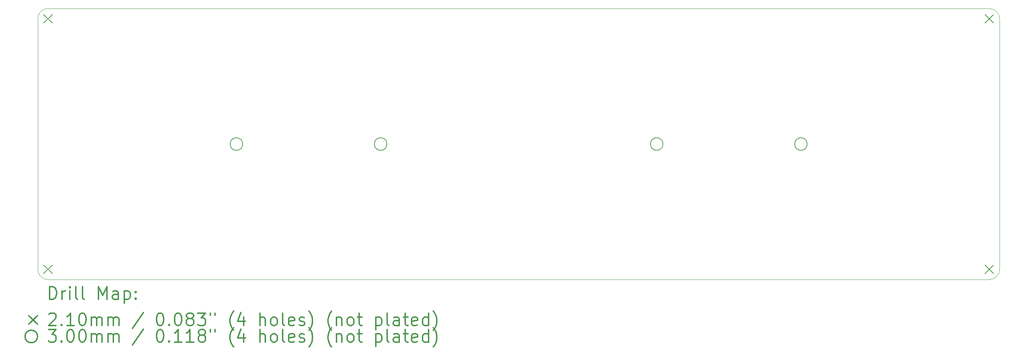
<source format=gbr>
%FSLAX45Y45*%
G04 Gerber Fmt 4.5, Leading zero omitted, Abs format (unit mm)*
G04 Created by KiCad (PCBNEW 5.1.9+dfsg1-1+deb11u1) date 2023-02-08 14:45:03*
%MOMM*%
%LPD*%
G01*
G04 APERTURE LIST*
%TA.AperFunction,Profile*%
%ADD10C,0.050000*%
%TD*%
%ADD11C,0.200000*%
%ADD12C,0.300000*%
G04 APERTURE END LIST*
D10*
X9690000Y-12195000D02*
X32190000Y-12195000D01*
X9445000Y-18435000D02*
X9445000Y-12440000D01*
X32190000Y-18680000D02*
X9690000Y-18680000D01*
X32435000Y-12440000D02*
X32435000Y-18435000D01*
X32190000Y-12195000D02*
G75*
G02*
X32435000Y-12440000I0J-245000D01*
G01*
X32435000Y-18435000D02*
G75*
G02*
X32190000Y-18680000I-245000J0D01*
G01*
X9690000Y-18680000D02*
G75*
G02*
X9445000Y-18435000I0J245000D01*
G01*
X9445000Y-12440000D02*
G75*
G02*
X9690000Y-12195000I245000J0D01*
G01*
D11*
X9585000Y-12335000D02*
X9795000Y-12545000D01*
X9795000Y-12335000D02*
X9585000Y-12545000D01*
X9585000Y-18330000D02*
X9795000Y-18540000D01*
X9795000Y-18330000D02*
X9585000Y-18540000D01*
X32085000Y-12335000D02*
X32295000Y-12545000D01*
X32295000Y-12335000D02*
X32085000Y-12545000D01*
X32085000Y-18330000D02*
X32295000Y-18540000D01*
X32295000Y-18330000D02*
X32085000Y-18540000D01*
X14342500Y-15437500D02*
G75*
G03*
X14342500Y-15437500I-150000J0D01*
G01*
X17790000Y-15437500D02*
G75*
G03*
X17790000Y-15437500I-150000J0D01*
G01*
X24390000Y-15437500D02*
G75*
G03*
X24390000Y-15437500I-150000J0D01*
G01*
X27837500Y-15437500D02*
G75*
G03*
X27837500Y-15437500I-150000J0D01*
G01*
D12*
X9726429Y-19150714D02*
X9726429Y-18850714D01*
X9797857Y-18850714D01*
X9840714Y-18865000D01*
X9869286Y-18893571D01*
X9883571Y-18922143D01*
X9897857Y-18979286D01*
X9897857Y-19022143D01*
X9883571Y-19079286D01*
X9869286Y-19107857D01*
X9840714Y-19136429D01*
X9797857Y-19150714D01*
X9726429Y-19150714D01*
X10026429Y-19150714D02*
X10026429Y-18950714D01*
X10026429Y-19007857D02*
X10040714Y-18979286D01*
X10055000Y-18965000D01*
X10083571Y-18950714D01*
X10112143Y-18950714D01*
X10212143Y-19150714D02*
X10212143Y-18950714D01*
X10212143Y-18850714D02*
X10197857Y-18865000D01*
X10212143Y-18879286D01*
X10226429Y-18865000D01*
X10212143Y-18850714D01*
X10212143Y-18879286D01*
X10397857Y-19150714D02*
X10369286Y-19136429D01*
X10355000Y-19107857D01*
X10355000Y-18850714D01*
X10555000Y-19150714D02*
X10526429Y-19136429D01*
X10512143Y-19107857D01*
X10512143Y-18850714D01*
X10897857Y-19150714D02*
X10897857Y-18850714D01*
X10997857Y-19065000D01*
X11097857Y-18850714D01*
X11097857Y-19150714D01*
X11369286Y-19150714D02*
X11369286Y-18993571D01*
X11355000Y-18965000D01*
X11326428Y-18950714D01*
X11269286Y-18950714D01*
X11240714Y-18965000D01*
X11369286Y-19136429D02*
X11340714Y-19150714D01*
X11269286Y-19150714D01*
X11240714Y-19136429D01*
X11226428Y-19107857D01*
X11226428Y-19079286D01*
X11240714Y-19050714D01*
X11269286Y-19036429D01*
X11340714Y-19036429D01*
X11369286Y-19022143D01*
X11512143Y-18950714D02*
X11512143Y-19250714D01*
X11512143Y-18965000D02*
X11540714Y-18950714D01*
X11597857Y-18950714D01*
X11626428Y-18965000D01*
X11640714Y-18979286D01*
X11655000Y-19007857D01*
X11655000Y-19093571D01*
X11640714Y-19122143D01*
X11626428Y-19136429D01*
X11597857Y-19150714D01*
X11540714Y-19150714D01*
X11512143Y-19136429D01*
X11783571Y-19122143D02*
X11797857Y-19136429D01*
X11783571Y-19150714D01*
X11769286Y-19136429D01*
X11783571Y-19122143D01*
X11783571Y-19150714D01*
X11783571Y-18965000D02*
X11797857Y-18979286D01*
X11783571Y-18993571D01*
X11769286Y-18979286D01*
X11783571Y-18965000D01*
X11783571Y-18993571D01*
X9230000Y-19540000D02*
X9440000Y-19750000D01*
X9440000Y-19540000D02*
X9230000Y-19750000D01*
X9712143Y-19509286D02*
X9726429Y-19495000D01*
X9755000Y-19480714D01*
X9826429Y-19480714D01*
X9855000Y-19495000D01*
X9869286Y-19509286D01*
X9883571Y-19537857D01*
X9883571Y-19566429D01*
X9869286Y-19609286D01*
X9697857Y-19780714D01*
X9883571Y-19780714D01*
X10012143Y-19752143D02*
X10026429Y-19766429D01*
X10012143Y-19780714D01*
X9997857Y-19766429D01*
X10012143Y-19752143D01*
X10012143Y-19780714D01*
X10312143Y-19780714D02*
X10140714Y-19780714D01*
X10226429Y-19780714D02*
X10226429Y-19480714D01*
X10197857Y-19523571D01*
X10169286Y-19552143D01*
X10140714Y-19566429D01*
X10497857Y-19480714D02*
X10526429Y-19480714D01*
X10555000Y-19495000D01*
X10569286Y-19509286D01*
X10583571Y-19537857D01*
X10597857Y-19595000D01*
X10597857Y-19666429D01*
X10583571Y-19723571D01*
X10569286Y-19752143D01*
X10555000Y-19766429D01*
X10526429Y-19780714D01*
X10497857Y-19780714D01*
X10469286Y-19766429D01*
X10455000Y-19752143D01*
X10440714Y-19723571D01*
X10426429Y-19666429D01*
X10426429Y-19595000D01*
X10440714Y-19537857D01*
X10455000Y-19509286D01*
X10469286Y-19495000D01*
X10497857Y-19480714D01*
X10726429Y-19780714D02*
X10726429Y-19580714D01*
X10726429Y-19609286D02*
X10740714Y-19595000D01*
X10769286Y-19580714D01*
X10812143Y-19580714D01*
X10840714Y-19595000D01*
X10855000Y-19623571D01*
X10855000Y-19780714D01*
X10855000Y-19623571D02*
X10869286Y-19595000D01*
X10897857Y-19580714D01*
X10940714Y-19580714D01*
X10969286Y-19595000D01*
X10983571Y-19623571D01*
X10983571Y-19780714D01*
X11126429Y-19780714D02*
X11126429Y-19580714D01*
X11126429Y-19609286D02*
X11140714Y-19595000D01*
X11169286Y-19580714D01*
X11212143Y-19580714D01*
X11240714Y-19595000D01*
X11255000Y-19623571D01*
X11255000Y-19780714D01*
X11255000Y-19623571D02*
X11269286Y-19595000D01*
X11297857Y-19580714D01*
X11340714Y-19580714D01*
X11369286Y-19595000D01*
X11383571Y-19623571D01*
X11383571Y-19780714D01*
X11969286Y-19466429D02*
X11712143Y-19852143D01*
X12355000Y-19480714D02*
X12383571Y-19480714D01*
X12412143Y-19495000D01*
X12426428Y-19509286D01*
X12440714Y-19537857D01*
X12455000Y-19595000D01*
X12455000Y-19666429D01*
X12440714Y-19723571D01*
X12426428Y-19752143D01*
X12412143Y-19766429D01*
X12383571Y-19780714D01*
X12355000Y-19780714D01*
X12326428Y-19766429D01*
X12312143Y-19752143D01*
X12297857Y-19723571D01*
X12283571Y-19666429D01*
X12283571Y-19595000D01*
X12297857Y-19537857D01*
X12312143Y-19509286D01*
X12326428Y-19495000D01*
X12355000Y-19480714D01*
X12583571Y-19752143D02*
X12597857Y-19766429D01*
X12583571Y-19780714D01*
X12569286Y-19766429D01*
X12583571Y-19752143D01*
X12583571Y-19780714D01*
X12783571Y-19480714D02*
X12812143Y-19480714D01*
X12840714Y-19495000D01*
X12855000Y-19509286D01*
X12869286Y-19537857D01*
X12883571Y-19595000D01*
X12883571Y-19666429D01*
X12869286Y-19723571D01*
X12855000Y-19752143D01*
X12840714Y-19766429D01*
X12812143Y-19780714D01*
X12783571Y-19780714D01*
X12755000Y-19766429D01*
X12740714Y-19752143D01*
X12726428Y-19723571D01*
X12712143Y-19666429D01*
X12712143Y-19595000D01*
X12726428Y-19537857D01*
X12740714Y-19509286D01*
X12755000Y-19495000D01*
X12783571Y-19480714D01*
X13055000Y-19609286D02*
X13026428Y-19595000D01*
X13012143Y-19580714D01*
X12997857Y-19552143D01*
X12997857Y-19537857D01*
X13012143Y-19509286D01*
X13026428Y-19495000D01*
X13055000Y-19480714D01*
X13112143Y-19480714D01*
X13140714Y-19495000D01*
X13155000Y-19509286D01*
X13169286Y-19537857D01*
X13169286Y-19552143D01*
X13155000Y-19580714D01*
X13140714Y-19595000D01*
X13112143Y-19609286D01*
X13055000Y-19609286D01*
X13026428Y-19623571D01*
X13012143Y-19637857D01*
X12997857Y-19666429D01*
X12997857Y-19723571D01*
X13012143Y-19752143D01*
X13026428Y-19766429D01*
X13055000Y-19780714D01*
X13112143Y-19780714D01*
X13140714Y-19766429D01*
X13155000Y-19752143D01*
X13169286Y-19723571D01*
X13169286Y-19666429D01*
X13155000Y-19637857D01*
X13140714Y-19623571D01*
X13112143Y-19609286D01*
X13269286Y-19480714D02*
X13455000Y-19480714D01*
X13355000Y-19595000D01*
X13397857Y-19595000D01*
X13426428Y-19609286D01*
X13440714Y-19623571D01*
X13455000Y-19652143D01*
X13455000Y-19723571D01*
X13440714Y-19752143D01*
X13426428Y-19766429D01*
X13397857Y-19780714D01*
X13312143Y-19780714D01*
X13283571Y-19766429D01*
X13269286Y-19752143D01*
X13569286Y-19480714D02*
X13569286Y-19537857D01*
X13683571Y-19480714D02*
X13683571Y-19537857D01*
X14126428Y-19895000D02*
X14112143Y-19880714D01*
X14083571Y-19837857D01*
X14069286Y-19809286D01*
X14055000Y-19766429D01*
X14040714Y-19695000D01*
X14040714Y-19637857D01*
X14055000Y-19566429D01*
X14069286Y-19523571D01*
X14083571Y-19495000D01*
X14112143Y-19452143D01*
X14126428Y-19437857D01*
X14369286Y-19580714D02*
X14369286Y-19780714D01*
X14297857Y-19466429D02*
X14226428Y-19680714D01*
X14412143Y-19680714D01*
X14755000Y-19780714D02*
X14755000Y-19480714D01*
X14883571Y-19780714D02*
X14883571Y-19623571D01*
X14869286Y-19595000D01*
X14840714Y-19580714D01*
X14797857Y-19580714D01*
X14769286Y-19595000D01*
X14755000Y-19609286D01*
X15069286Y-19780714D02*
X15040714Y-19766429D01*
X15026428Y-19752143D01*
X15012143Y-19723571D01*
X15012143Y-19637857D01*
X15026428Y-19609286D01*
X15040714Y-19595000D01*
X15069286Y-19580714D01*
X15112143Y-19580714D01*
X15140714Y-19595000D01*
X15155000Y-19609286D01*
X15169286Y-19637857D01*
X15169286Y-19723571D01*
X15155000Y-19752143D01*
X15140714Y-19766429D01*
X15112143Y-19780714D01*
X15069286Y-19780714D01*
X15340714Y-19780714D02*
X15312143Y-19766429D01*
X15297857Y-19737857D01*
X15297857Y-19480714D01*
X15569286Y-19766429D02*
X15540714Y-19780714D01*
X15483571Y-19780714D01*
X15455000Y-19766429D01*
X15440714Y-19737857D01*
X15440714Y-19623571D01*
X15455000Y-19595000D01*
X15483571Y-19580714D01*
X15540714Y-19580714D01*
X15569286Y-19595000D01*
X15583571Y-19623571D01*
X15583571Y-19652143D01*
X15440714Y-19680714D01*
X15697857Y-19766429D02*
X15726428Y-19780714D01*
X15783571Y-19780714D01*
X15812143Y-19766429D01*
X15826428Y-19737857D01*
X15826428Y-19723571D01*
X15812143Y-19695000D01*
X15783571Y-19680714D01*
X15740714Y-19680714D01*
X15712143Y-19666429D01*
X15697857Y-19637857D01*
X15697857Y-19623571D01*
X15712143Y-19595000D01*
X15740714Y-19580714D01*
X15783571Y-19580714D01*
X15812143Y-19595000D01*
X15926428Y-19895000D02*
X15940714Y-19880714D01*
X15969286Y-19837857D01*
X15983571Y-19809286D01*
X15997857Y-19766429D01*
X16012143Y-19695000D01*
X16012143Y-19637857D01*
X15997857Y-19566429D01*
X15983571Y-19523571D01*
X15969286Y-19495000D01*
X15940714Y-19452143D01*
X15926428Y-19437857D01*
X16469286Y-19895000D02*
X16455000Y-19880714D01*
X16426428Y-19837857D01*
X16412143Y-19809286D01*
X16397857Y-19766429D01*
X16383571Y-19695000D01*
X16383571Y-19637857D01*
X16397857Y-19566429D01*
X16412143Y-19523571D01*
X16426428Y-19495000D01*
X16455000Y-19452143D01*
X16469286Y-19437857D01*
X16583571Y-19580714D02*
X16583571Y-19780714D01*
X16583571Y-19609286D02*
X16597857Y-19595000D01*
X16626428Y-19580714D01*
X16669286Y-19580714D01*
X16697857Y-19595000D01*
X16712143Y-19623571D01*
X16712143Y-19780714D01*
X16897857Y-19780714D02*
X16869286Y-19766429D01*
X16855000Y-19752143D01*
X16840714Y-19723571D01*
X16840714Y-19637857D01*
X16855000Y-19609286D01*
X16869286Y-19595000D01*
X16897857Y-19580714D01*
X16940714Y-19580714D01*
X16969286Y-19595000D01*
X16983571Y-19609286D01*
X16997857Y-19637857D01*
X16997857Y-19723571D01*
X16983571Y-19752143D01*
X16969286Y-19766429D01*
X16940714Y-19780714D01*
X16897857Y-19780714D01*
X17083571Y-19580714D02*
X17197857Y-19580714D01*
X17126429Y-19480714D02*
X17126429Y-19737857D01*
X17140714Y-19766429D01*
X17169286Y-19780714D01*
X17197857Y-19780714D01*
X17526429Y-19580714D02*
X17526429Y-19880714D01*
X17526429Y-19595000D02*
X17555000Y-19580714D01*
X17612143Y-19580714D01*
X17640714Y-19595000D01*
X17655000Y-19609286D01*
X17669286Y-19637857D01*
X17669286Y-19723571D01*
X17655000Y-19752143D01*
X17640714Y-19766429D01*
X17612143Y-19780714D01*
X17555000Y-19780714D01*
X17526429Y-19766429D01*
X17840714Y-19780714D02*
X17812143Y-19766429D01*
X17797857Y-19737857D01*
X17797857Y-19480714D01*
X18083571Y-19780714D02*
X18083571Y-19623571D01*
X18069286Y-19595000D01*
X18040714Y-19580714D01*
X17983571Y-19580714D01*
X17955000Y-19595000D01*
X18083571Y-19766429D02*
X18055000Y-19780714D01*
X17983571Y-19780714D01*
X17955000Y-19766429D01*
X17940714Y-19737857D01*
X17940714Y-19709286D01*
X17955000Y-19680714D01*
X17983571Y-19666429D01*
X18055000Y-19666429D01*
X18083571Y-19652143D01*
X18183571Y-19580714D02*
X18297857Y-19580714D01*
X18226429Y-19480714D02*
X18226429Y-19737857D01*
X18240714Y-19766429D01*
X18269286Y-19780714D01*
X18297857Y-19780714D01*
X18512143Y-19766429D02*
X18483571Y-19780714D01*
X18426429Y-19780714D01*
X18397857Y-19766429D01*
X18383571Y-19737857D01*
X18383571Y-19623571D01*
X18397857Y-19595000D01*
X18426429Y-19580714D01*
X18483571Y-19580714D01*
X18512143Y-19595000D01*
X18526429Y-19623571D01*
X18526429Y-19652143D01*
X18383571Y-19680714D01*
X18783571Y-19780714D02*
X18783571Y-19480714D01*
X18783571Y-19766429D02*
X18755000Y-19780714D01*
X18697857Y-19780714D01*
X18669286Y-19766429D01*
X18655000Y-19752143D01*
X18640714Y-19723571D01*
X18640714Y-19637857D01*
X18655000Y-19609286D01*
X18669286Y-19595000D01*
X18697857Y-19580714D01*
X18755000Y-19580714D01*
X18783571Y-19595000D01*
X18897857Y-19895000D02*
X18912143Y-19880714D01*
X18940714Y-19837857D01*
X18955000Y-19809286D01*
X18969286Y-19766429D01*
X18983571Y-19695000D01*
X18983571Y-19637857D01*
X18969286Y-19566429D01*
X18955000Y-19523571D01*
X18940714Y-19495000D01*
X18912143Y-19452143D01*
X18897857Y-19437857D01*
X9440000Y-20041000D02*
G75*
G03*
X9440000Y-20041000I-150000J0D01*
G01*
X9697857Y-19876714D02*
X9883571Y-19876714D01*
X9783571Y-19991000D01*
X9826429Y-19991000D01*
X9855000Y-20005286D01*
X9869286Y-20019571D01*
X9883571Y-20048143D01*
X9883571Y-20119571D01*
X9869286Y-20148143D01*
X9855000Y-20162429D01*
X9826429Y-20176714D01*
X9740714Y-20176714D01*
X9712143Y-20162429D01*
X9697857Y-20148143D01*
X10012143Y-20148143D02*
X10026429Y-20162429D01*
X10012143Y-20176714D01*
X9997857Y-20162429D01*
X10012143Y-20148143D01*
X10012143Y-20176714D01*
X10212143Y-19876714D02*
X10240714Y-19876714D01*
X10269286Y-19891000D01*
X10283571Y-19905286D01*
X10297857Y-19933857D01*
X10312143Y-19991000D01*
X10312143Y-20062429D01*
X10297857Y-20119571D01*
X10283571Y-20148143D01*
X10269286Y-20162429D01*
X10240714Y-20176714D01*
X10212143Y-20176714D01*
X10183571Y-20162429D01*
X10169286Y-20148143D01*
X10155000Y-20119571D01*
X10140714Y-20062429D01*
X10140714Y-19991000D01*
X10155000Y-19933857D01*
X10169286Y-19905286D01*
X10183571Y-19891000D01*
X10212143Y-19876714D01*
X10497857Y-19876714D02*
X10526429Y-19876714D01*
X10555000Y-19891000D01*
X10569286Y-19905286D01*
X10583571Y-19933857D01*
X10597857Y-19991000D01*
X10597857Y-20062429D01*
X10583571Y-20119571D01*
X10569286Y-20148143D01*
X10555000Y-20162429D01*
X10526429Y-20176714D01*
X10497857Y-20176714D01*
X10469286Y-20162429D01*
X10455000Y-20148143D01*
X10440714Y-20119571D01*
X10426429Y-20062429D01*
X10426429Y-19991000D01*
X10440714Y-19933857D01*
X10455000Y-19905286D01*
X10469286Y-19891000D01*
X10497857Y-19876714D01*
X10726429Y-20176714D02*
X10726429Y-19976714D01*
X10726429Y-20005286D02*
X10740714Y-19991000D01*
X10769286Y-19976714D01*
X10812143Y-19976714D01*
X10840714Y-19991000D01*
X10855000Y-20019571D01*
X10855000Y-20176714D01*
X10855000Y-20019571D02*
X10869286Y-19991000D01*
X10897857Y-19976714D01*
X10940714Y-19976714D01*
X10969286Y-19991000D01*
X10983571Y-20019571D01*
X10983571Y-20176714D01*
X11126429Y-20176714D02*
X11126429Y-19976714D01*
X11126429Y-20005286D02*
X11140714Y-19991000D01*
X11169286Y-19976714D01*
X11212143Y-19976714D01*
X11240714Y-19991000D01*
X11255000Y-20019571D01*
X11255000Y-20176714D01*
X11255000Y-20019571D02*
X11269286Y-19991000D01*
X11297857Y-19976714D01*
X11340714Y-19976714D01*
X11369286Y-19991000D01*
X11383571Y-20019571D01*
X11383571Y-20176714D01*
X11969286Y-19862429D02*
X11712143Y-20248143D01*
X12355000Y-19876714D02*
X12383571Y-19876714D01*
X12412143Y-19891000D01*
X12426428Y-19905286D01*
X12440714Y-19933857D01*
X12455000Y-19991000D01*
X12455000Y-20062429D01*
X12440714Y-20119571D01*
X12426428Y-20148143D01*
X12412143Y-20162429D01*
X12383571Y-20176714D01*
X12355000Y-20176714D01*
X12326428Y-20162429D01*
X12312143Y-20148143D01*
X12297857Y-20119571D01*
X12283571Y-20062429D01*
X12283571Y-19991000D01*
X12297857Y-19933857D01*
X12312143Y-19905286D01*
X12326428Y-19891000D01*
X12355000Y-19876714D01*
X12583571Y-20148143D02*
X12597857Y-20162429D01*
X12583571Y-20176714D01*
X12569286Y-20162429D01*
X12583571Y-20148143D01*
X12583571Y-20176714D01*
X12883571Y-20176714D02*
X12712143Y-20176714D01*
X12797857Y-20176714D02*
X12797857Y-19876714D01*
X12769286Y-19919571D01*
X12740714Y-19948143D01*
X12712143Y-19962429D01*
X13169286Y-20176714D02*
X12997857Y-20176714D01*
X13083571Y-20176714D02*
X13083571Y-19876714D01*
X13055000Y-19919571D01*
X13026428Y-19948143D01*
X12997857Y-19962429D01*
X13340714Y-20005286D02*
X13312143Y-19991000D01*
X13297857Y-19976714D01*
X13283571Y-19948143D01*
X13283571Y-19933857D01*
X13297857Y-19905286D01*
X13312143Y-19891000D01*
X13340714Y-19876714D01*
X13397857Y-19876714D01*
X13426428Y-19891000D01*
X13440714Y-19905286D01*
X13455000Y-19933857D01*
X13455000Y-19948143D01*
X13440714Y-19976714D01*
X13426428Y-19991000D01*
X13397857Y-20005286D01*
X13340714Y-20005286D01*
X13312143Y-20019571D01*
X13297857Y-20033857D01*
X13283571Y-20062429D01*
X13283571Y-20119571D01*
X13297857Y-20148143D01*
X13312143Y-20162429D01*
X13340714Y-20176714D01*
X13397857Y-20176714D01*
X13426428Y-20162429D01*
X13440714Y-20148143D01*
X13455000Y-20119571D01*
X13455000Y-20062429D01*
X13440714Y-20033857D01*
X13426428Y-20019571D01*
X13397857Y-20005286D01*
X13569286Y-19876714D02*
X13569286Y-19933857D01*
X13683571Y-19876714D02*
X13683571Y-19933857D01*
X14126428Y-20291000D02*
X14112143Y-20276714D01*
X14083571Y-20233857D01*
X14069286Y-20205286D01*
X14055000Y-20162429D01*
X14040714Y-20091000D01*
X14040714Y-20033857D01*
X14055000Y-19962429D01*
X14069286Y-19919571D01*
X14083571Y-19891000D01*
X14112143Y-19848143D01*
X14126428Y-19833857D01*
X14369286Y-19976714D02*
X14369286Y-20176714D01*
X14297857Y-19862429D02*
X14226428Y-20076714D01*
X14412143Y-20076714D01*
X14755000Y-20176714D02*
X14755000Y-19876714D01*
X14883571Y-20176714D02*
X14883571Y-20019571D01*
X14869286Y-19991000D01*
X14840714Y-19976714D01*
X14797857Y-19976714D01*
X14769286Y-19991000D01*
X14755000Y-20005286D01*
X15069286Y-20176714D02*
X15040714Y-20162429D01*
X15026428Y-20148143D01*
X15012143Y-20119571D01*
X15012143Y-20033857D01*
X15026428Y-20005286D01*
X15040714Y-19991000D01*
X15069286Y-19976714D01*
X15112143Y-19976714D01*
X15140714Y-19991000D01*
X15155000Y-20005286D01*
X15169286Y-20033857D01*
X15169286Y-20119571D01*
X15155000Y-20148143D01*
X15140714Y-20162429D01*
X15112143Y-20176714D01*
X15069286Y-20176714D01*
X15340714Y-20176714D02*
X15312143Y-20162429D01*
X15297857Y-20133857D01*
X15297857Y-19876714D01*
X15569286Y-20162429D02*
X15540714Y-20176714D01*
X15483571Y-20176714D01*
X15455000Y-20162429D01*
X15440714Y-20133857D01*
X15440714Y-20019571D01*
X15455000Y-19991000D01*
X15483571Y-19976714D01*
X15540714Y-19976714D01*
X15569286Y-19991000D01*
X15583571Y-20019571D01*
X15583571Y-20048143D01*
X15440714Y-20076714D01*
X15697857Y-20162429D02*
X15726428Y-20176714D01*
X15783571Y-20176714D01*
X15812143Y-20162429D01*
X15826428Y-20133857D01*
X15826428Y-20119571D01*
X15812143Y-20091000D01*
X15783571Y-20076714D01*
X15740714Y-20076714D01*
X15712143Y-20062429D01*
X15697857Y-20033857D01*
X15697857Y-20019571D01*
X15712143Y-19991000D01*
X15740714Y-19976714D01*
X15783571Y-19976714D01*
X15812143Y-19991000D01*
X15926428Y-20291000D02*
X15940714Y-20276714D01*
X15969286Y-20233857D01*
X15983571Y-20205286D01*
X15997857Y-20162429D01*
X16012143Y-20091000D01*
X16012143Y-20033857D01*
X15997857Y-19962429D01*
X15983571Y-19919571D01*
X15969286Y-19891000D01*
X15940714Y-19848143D01*
X15926428Y-19833857D01*
X16469286Y-20291000D02*
X16455000Y-20276714D01*
X16426428Y-20233857D01*
X16412143Y-20205286D01*
X16397857Y-20162429D01*
X16383571Y-20091000D01*
X16383571Y-20033857D01*
X16397857Y-19962429D01*
X16412143Y-19919571D01*
X16426428Y-19891000D01*
X16455000Y-19848143D01*
X16469286Y-19833857D01*
X16583571Y-19976714D02*
X16583571Y-20176714D01*
X16583571Y-20005286D02*
X16597857Y-19991000D01*
X16626428Y-19976714D01*
X16669286Y-19976714D01*
X16697857Y-19991000D01*
X16712143Y-20019571D01*
X16712143Y-20176714D01*
X16897857Y-20176714D02*
X16869286Y-20162429D01*
X16855000Y-20148143D01*
X16840714Y-20119571D01*
X16840714Y-20033857D01*
X16855000Y-20005286D01*
X16869286Y-19991000D01*
X16897857Y-19976714D01*
X16940714Y-19976714D01*
X16969286Y-19991000D01*
X16983571Y-20005286D01*
X16997857Y-20033857D01*
X16997857Y-20119571D01*
X16983571Y-20148143D01*
X16969286Y-20162429D01*
X16940714Y-20176714D01*
X16897857Y-20176714D01*
X17083571Y-19976714D02*
X17197857Y-19976714D01*
X17126429Y-19876714D02*
X17126429Y-20133857D01*
X17140714Y-20162429D01*
X17169286Y-20176714D01*
X17197857Y-20176714D01*
X17526429Y-19976714D02*
X17526429Y-20276714D01*
X17526429Y-19991000D02*
X17555000Y-19976714D01*
X17612143Y-19976714D01*
X17640714Y-19991000D01*
X17655000Y-20005286D01*
X17669286Y-20033857D01*
X17669286Y-20119571D01*
X17655000Y-20148143D01*
X17640714Y-20162429D01*
X17612143Y-20176714D01*
X17555000Y-20176714D01*
X17526429Y-20162429D01*
X17840714Y-20176714D02*
X17812143Y-20162429D01*
X17797857Y-20133857D01*
X17797857Y-19876714D01*
X18083571Y-20176714D02*
X18083571Y-20019571D01*
X18069286Y-19991000D01*
X18040714Y-19976714D01*
X17983571Y-19976714D01*
X17955000Y-19991000D01*
X18083571Y-20162429D02*
X18055000Y-20176714D01*
X17983571Y-20176714D01*
X17955000Y-20162429D01*
X17940714Y-20133857D01*
X17940714Y-20105286D01*
X17955000Y-20076714D01*
X17983571Y-20062429D01*
X18055000Y-20062429D01*
X18083571Y-20048143D01*
X18183571Y-19976714D02*
X18297857Y-19976714D01*
X18226429Y-19876714D02*
X18226429Y-20133857D01*
X18240714Y-20162429D01*
X18269286Y-20176714D01*
X18297857Y-20176714D01*
X18512143Y-20162429D02*
X18483571Y-20176714D01*
X18426429Y-20176714D01*
X18397857Y-20162429D01*
X18383571Y-20133857D01*
X18383571Y-20019571D01*
X18397857Y-19991000D01*
X18426429Y-19976714D01*
X18483571Y-19976714D01*
X18512143Y-19991000D01*
X18526429Y-20019571D01*
X18526429Y-20048143D01*
X18383571Y-20076714D01*
X18783571Y-20176714D02*
X18783571Y-19876714D01*
X18783571Y-20162429D02*
X18755000Y-20176714D01*
X18697857Y-20176714D01*
X18669286Y-20162429D01*
X18655000Y-20148143D01*
X18640714Y-20119571D01*
X18640714Y-20033857D01*
X18655000Y-20005286D01*
X18669286Y-19991000D01*
X18697857Y-19976714D01*
X18755000Y-19976714D01*
X18783571Y-19991000D01*
X18897857Y-20291000D02*
X18912143Y-20276714D01*
X18940714Y-20233857D01*
X18955000Y-20205286D01*
X18969286Y-20162429D01*
X18983571Y-20091000D01*
X18983571Y-20033857D01*
X18969286Y-19962429D01*
X18955000Y-19919571D01*
X18940714Y-19891000D01*
X18912143Y-19848143D01*
X18897857Y-19833857D01*
M02*

</source>
